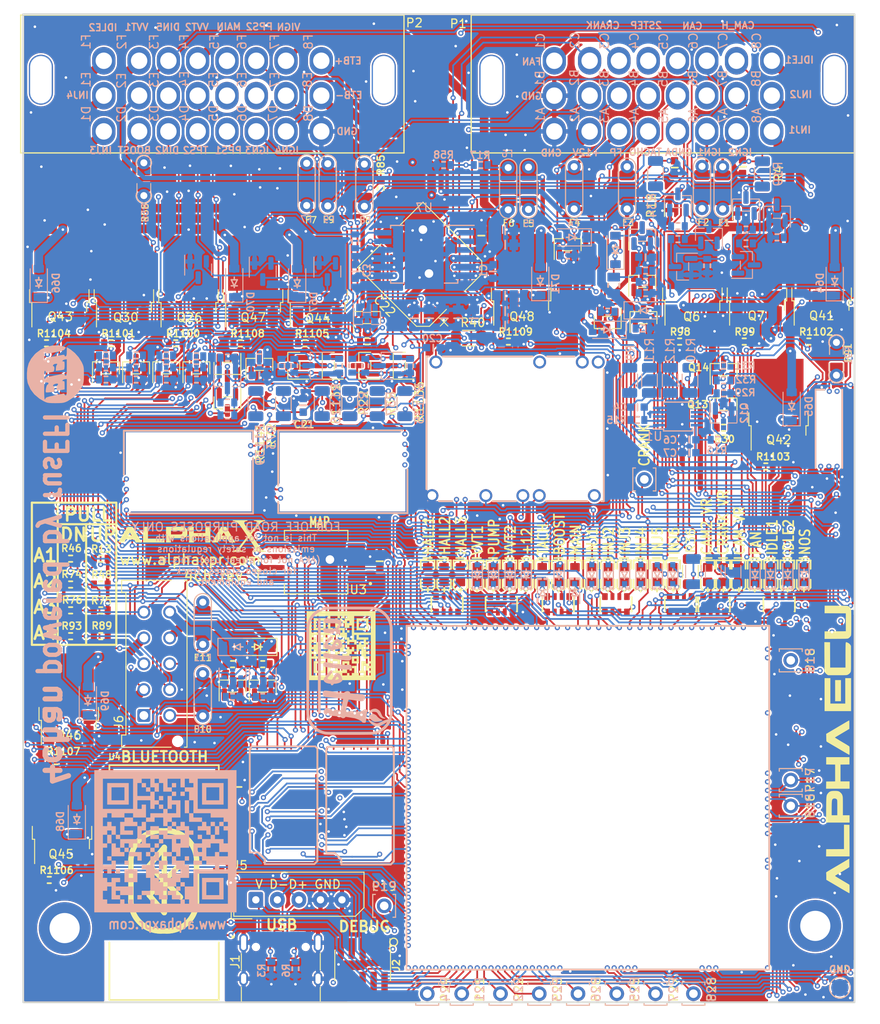
<source format=kicad_pcb>
(kicad_pcb (version 20221018) (generator pcbnew)

  (general
    (thickness 1.6)
  )

  (paper "A")
  (title_block
    (title "alpha4ch")
    (date "2023-12-21")
    (rev "i")
  )

  (layers
    (0 "F.Cu" signal)
    (1 "In1.Cu" signal)
    (2 "In2.Cu" signal)
    (31 "B.Cu" signal)
    (32 "B.Adhes" user "B.Adhesive")
    (33 "F.Adhes" user "F.Adhesive")
    (34 "B.Paste" user)
    (35 "F.Paste" user)
    (36 "B.SilkS" user "B.Silkscreen")
    (37 "F.SilkS" user "F.Silkscreen")
    (38 "B.Mask" user)
    (39 "F.Mask" user)
    (40 "Dwgs.User" user "User.Drawings")
    (41 "Cmts.User" user "User.Comments")
    (42 "Eco1.User" user "User.Eco1")
    (43 "Eco2.User" user "User.Eco2")
    (44 "Edge.Cuts" user)
    (45 "Margin" user)
    (46 "B.CrtYd" user "B.Courtyard")
    (47 "F.CrtYd" user "F.Courtyard")
    (48 "B.Fab" user)
    (49 "F.Fab" user)
  )

  (setup
    (stackup
      (layer "F.SilkS" (type "Top Silk Screen"))
      (layer "F.Paste" (type "Top Solder Paste"))
      (layer "F.Mask" (type "Top Solder Mask") (color "Green") (thickness 0.01))
      (layer "F.Cu" (type "copper") (thickness 0.035))
      (layer "dielectric 1" (type "core") (thickness 0.35) (material "FR4") (epsilon_r 4.5) (loss_tangent 0.02))
      (layer "In1.Cu" (type "copper") (thickness 0.018))
      (layer "dielectric 2" (type "prepreg") (thickness 0.774) (material "FR4") (epsilon_r 4.5) (loss_tangent 0.02))
      (layer "In2.Cu" (type "copper") (thickness 0.018))
      (layer "dielectric 3" (type "core") (thickness 0.35) (material "FR4") (epsilon_r 4.5) (loss_tangent 0.02))
      (layer "B.Cu" (type "copper") (thickness 0.035))
      (layer "B.Mask" (type "Bottom Solder Mask") (color "Green") (thickness 0.01))
      (layer "B.Paste" (type "Bottom Solder Paste"))
      (layer "B.SilkS" (type "Bottom Silk Screen"))
      (copper_finish "None")
      (dielectric_constraints no)
    )
    (pad_to_mask_clearance 0)
    (aux_axis_origin 21.1 170.7)
    (pcbplotparams
      (layerselection 0x00310fc_ffffffff)
      (plot_on_all_layers_selection 0x0000000_00000000)
      (disableapertmacros true)
      (usegerberextensions true)
      (usegerberattributes false)
      (usegerberadvancedattributes true)
      (creategerberjobfile false)
      (dashed_line_dash_ratio 12.000000)
      (dashed_line_gap_ratio 3.000000)
      (svgprecision 6)
      (plotframeref false)
      (viasonmask false)
      (mode 1)
      (useauxorigin true)
      (hpglpennumber 1)
      (hpglpenspeed 20)
      (hpglpendiameter 15.000000)
      (dxfpolygonmode true)
      (dxfimperialunits true)
      (dxfusepcbnewfont true)
      (psnegative false)
      (psa4output false)
      (plotreference true)
      (plotvalue false)
      (plotinvisibletext false)
      (sketchpadsonfab false)
      (subtractmaskfromsilk false)
      (outputformat 1)
      (mirror false)
      (drillshape 0)
      (scaleselection 1)
      (outputdirectory "gerber/")
    )
  )

  (net 0 "")
  (net 1 "GND")
  (net 2 "/IN_CRANK")
  (net 3 "+12V")
  (net 4 "Net-(Q21-S)")
  (net 5 "/HALL_OPT_PU/+12V_LIM")
  (net 6 "+3.3VA")
  (net 7 "Net-(D1-A)")
  (net 8 "Net-(D1-K)")
  (net 9 "Net-(D2-K)")
  (net 10 "Net-(D3-K)")
  (net 11 "+5VA")
  (net 12 "/OUT_IDLE2")
  (net 13 "Net-(D13-A)")
  (net 14 "/INJ1")
  (net 15 "/INJ2")
  (net 16 "+5V")
  (net 17 "/VIGN")
  (net 18 "/OUT_IGN1")
  (net 19 "/OUT_IGN2")
  (net 20 "/OUT_INJ2")
  (net 21 "/OUT_INJ1")
  (net 22 "/OUT_NOS")
  (net 23 "/OUT_IDLE1")
  (net 24 "/IN_CLT")
  (net 25 "/IN_IAT")
  (net 26 "/OUT_FAN_RELAY")
  (net 27 "/OUT_TACH")
  (net 28 "/CRANK_N_PULLUP")
  (net 29 "Net-(D14-A)")
  (net 30 "Net-(D15-A)")
  (net 31 "Net-(D16-A)")
  (net 32 "/A7")
  (net 33 "+12V_RAW")
  (net 34 "/A6")
  (net 35 "/CAN-")
  (net 36 "/CAN+")
  (net 37 "/OUT_PUMP_RELAY")
  (net 38 "/A4")
  (net 39 "/A3")
  (net 40 "/A2")
  (net 41 "Net-(D10-A)")
  (net 42 "/OUT_IGN3")
  (net 43 "Net-(D17-A)")
  (net 44 "/IN_CRANK-")
  (net 45 "/IN_CRANK+")
  (net 46 "Net-(D20-K)")
  (net 47 "unconnected-(D25-Pad2)")
  (net 48 "Net-(D26-A)")
  (net 49 "Net-(D26-K)")
  (net 50 "/OUT_IGN4")
  (net 51 "unconnected-(D28-Pad2)")
  (net 52 "unconnected-(D29-Pad3)")
  (net 53 "Net-(D33-A)")
  (net 54 "Net-(D34-A)")
  (net 55 "GNDA")
  (net 56 "Net-(D35-A)")
  (net 57 "Net-(D36-A)")
  (net 58 "Net-(D37-K)")
  (net 59 "/IN_AFR")
  (net 60 "/IN_CAM_VR")
  (net 61 "Net-(D38-A)")
  (net 62 "Net-(D38-K)")
  (net 63 "Net-(D39-A)")
  (net 64 "/HALL3")
  (net 65 "Net-(D40-A)")
  (net 66 "/OUT_BOOST")
  (net 67 "Net-(D41-K)")
  (net 68 "/OUT_VVT1")
  (net 69 "Net-(D42-K)")
  (net 70 "/OUT_VVT2")
  (net 71 "/OUT_HS1")
  (net 72 "/IN_KNOCK")
  (net 73 "/OUT_HS2")
  (net 74 "/OUT_INJ5")
  (net 75 "/OUT_INJ6")
  (net 76 "/IN_MAP2")
  (net 77 "/OUT_INJ4")
  (net 78 "/MCU/VBUS")
  (net 79 "Net-(J1-CC1)")
  (net 80 "/OUT_MAIN")
  (net 81 "/MCU/USB+")
  (net 82 "/TACH_PULLUP")
  (net 83 "/MCU/USB-")
  (net 84 "/F5")
  (net 85 "/CRANK_P_PULLUP")
  (net 86 "/D7")
  (net 87 "/FAN_RELAY")
  (net 88 "/PUMP_RELAY")
  (net 89 "/TACH")
  (net 90 "/D6")
  (net 91 "/IN_VIGN")
  (net 92 "/THRESHOLD_VR_CM")
  (net 93 "/HALL1")
  (net 94 "/VR_ANALOG_CM")
  (net 95 "/IN_CAM_VR-")
  (net 96 "/IN_CAM_VR+")
  (net 97 "unconnected-(J1-SBU1-PadA8)")
  (net 98 "Net-(J1-CC2)")
  (net 99 "unconnected-(J1-SBU2-PadB8)")
  (net 100 "/HALL2")
  (net 101 "/TLS115_PG")
  (net 102 "/MCU/NRESET")
  (net 103 "unconnected-(J2-Pin_8-Pad8)")
  (net 104 "unconnected-(J2-Pin_7-Pad7)")
  (net 105 "Net-(D24-K)")
  (net 106 "/OUT_INJ3")
  (net 107 "Net-(D53-K)")
  (net 108 "unconnected-(R26-Pad5)")
  (net 109 "unconnected-(R26-Pad6)")
  (net 110 "unconnected-(U7-SO-Pad3)")
  (net 111 "Net-(R22-Pad1)")
  (net 112 "/MCU/SWO")
  (net 113 "/MCU/SWCLK")
  (net 114 "Net-(R35-Pad1)")
  (net 115 "unconnected-(U3-Pad1)")
  (net 116 "/MCU/SWDIO")
  (net 117 "+3.3V")
  (net 118 "/TEMP_PULLUP")
  (net 119 "/AIN1")
  (net 120 "/AIN2")
  (net 121 "/AIN3")
  (net 122 "/OUT_IGN5")
  (net 123 "/AIN4")
  (net 124 "/OUT_IGN6")
  (net 125 "/PWR_EN")
  (net 126 "unconnected-(J7-Pin_1-Pad1)")
  (net 127 "unconnected-(J8-Pin_1-Pad1)")
  (net 128 "unconnected-(M1-VBAT-PadE1)")
  (net 129 "/MCU_BOOST")
  (net 130 "+5VAS")
  (net 131 "/MCU_IDLE2")
  (net 132 "/IN_D2")
  (net 133 "/IN_D3")
  (net 134 "/IN_D4")
  (net 135 "/IN_D5")
  (net 136 "/IN_TPS1")
  (net 137 "/IN_TPS2")
  (net 138 "/IN_PPS2")
  (net 139 "/IN_FLEX")
  (net 140 "/IN_PPS1")
  (net 141 "/NOS")
  (net 142 "/MAIN")
  (net 143 "/CAM_VR_PULLUP")
  (net 144 "/ETB_PWM")
  (net 145 "/BOOST")
  (net 146 "/IDLE2")
  (net 147 "/THRESHOLD_VR_CR")
  (net 148 "/VVT1")
  (net 149 "/IDLE1")
  (net 150 "/VVT2")
  (net 151 "/INJ3")
  (net 152 "/INJ4")
  (net 153 "/D2_PULLDOWN")
  (net 154 "/D3_PULLDOWN")
  (net 155 "/D4_PULLDOWN")
  (net 156 "/D5_PULLDOWN")
  (net 157 "/ETB_DIR")
  (net 158 "/ETB_DIS")
  (net 159 "/VR_ANALOG_CR")
  (net 160 "/F3")
  (net 161 "/MCU_IDLE1")
  (net 162 "/MCU_FAN_RELAY")
  (net 163 "/MCU_INJ4")
  (net 164 "/MCU_INJ3")
  (net 165 "/MCU_INJ2")
  (net 166 "/MCU_INJ1")
  (net 167 "unconnected-(R49-Pad5)")
  (net 168 "/OUT_ETB+")
  (net 169 "/OUT_ETB-")
  (net 170 "Net-(R72-Pad1)")
  (net 171 "unconnected-(R49-Pad4)")
  (net 172 "/IN_KNOCK_RAW")
  (net 173 "unconnected-(U3-Pad5)")
  (net 174 "unconnected-(U3-Pad6)")
  (net 175 "unconnected-(U3-Pad7)")
  (net 176 "unconnected-(U3-Pad8)")
  (net 177 "unconnected-(M6-OUT_IGN8-PadS1)")
  (net 178 "unconnected-(M6-OUT_IGN7-PadS2)")
  (net 179 "unconnected-(M6-OUT_IGN6-PadS3)")
  (net 180 "unconnected-(M6-OUT_IGN5-PadS4)")
  (net 181 "unconnected-(M6-OUT_IGN4-PadS5)")
  (net 182 "unconnected-(M6-OUT_IGN3-PadS6)")
  (net 183 "/INJ6")
  (net 184 "/INJ5")
  (net 185 "/MCU_INJ6")
  (net 186 "/MCU_INJ5")
  (net 187 "unconnected-(M4-SPI2_MISO-PadE2)")
  (net 188 "unconnected-(M4-SPI2_MOSI-PadE3)")
  (net 189 "Net-(M4-OUT_IO3)")
  (net 190 "unconnected-(M4-IO6-PadE35)")
  (net 191 "/HS/IN1")
  (net 192 "/HS/IN2")
  (net 193 "unconnected-(M4-USBID-PadN1)")
  (net 194 "unconnected-(M4-BOOT0-PadN5)")
  (net 195 "Net-(M4-SPI3_CS)")
  (net 196 "Net-(M4-SPI3_SCK)")
  (net 197 "Net-(M4-SPI3_MISO)")
  (net 198 "Net-(M4-SPI3_MOSI)")
  (net 199 "Net-(M4-I2C_SCL)")
  (net 200 "Net-(M4-I2C_SDA)")
  (net 201 "unconnected-(M4-IO5-PadN23)")
  (net 202 "/MCU/UART_TX")
  (net 203 "/MCU/UART_RX")
  (net 204 "Net-(M4-UART8_RX)")
  (net 205 "Net-(M4-UART8_TX)")
  (net 206 "unconnected-(M4-VBAT-PadN27)")
  (net 207 "unconnected-(M4-V5A_SWITCHABLE-PadN30)")
  (net 208 "unconnected-(M4-V33-PadN32)")
  (net 209 "/IN_MAP")
  (net 210 "unconnected-(M4-VREF2-PadS5)")
  (net 211 "unconnected-(M4-IN_O2S-PadS16)")
  (net 212 "/VREF")
  (net 213 "/IN_VMAIN")
  (net 214 "Net-(Q1-D)")
  (net 215 "Net-(Q2-G)")
  (net 216 "Net-(Q3-D)")
  (net 217 "Net-(U1-IN-)")
  (net 218 "Net-(Q8-D)")
  (net 219 "Net-(Q9-D)")
  (net 220 "Net-(Q12-D)")
  (net 221 "Net-(Q13-D)")
  (net 222 "Net-(Q14-D)")
  (net 223 "Net-(U1-IN+)")
  (net 224 "Net-(Q16-G)")
  (net 225 "Net-(Q20-D)")
  (net 226 "Net-(Q21-G)")
  (net 227 "Net-(Q22-D)")
  (net 228 "Net-(Q23-D)")
  (net 229 "Net-(Q35-S)")
  (net 230 "Net-(Q35-G)")
  (net 231 "Net-(Q49-G)")
  (net 232 "Net-(Q49-S)")
  (net 233 "Net-(Q51-D)")
  (net 234 "Net-(Q52-G)")
  (net 235 "Net-(Q52-S)")
  (net 236 "Net-(D18-COM)")
  (net 237 "Net-(R1126-Pad1)")
  (net 238 "Net-(R1135-Pad1)")
  (net 239 "Net-(R1139-Pad1)")
  (net 240 "unconnected-(U4-IO2-Pad6)")
  (net 241 "unconnected-(U4-IO1-Pad5)")
  (net 242 "Net-(J6-Pin_6)")
  (net 243 "Net-(J6-Pin_8)")
  (net 244 "+12V_ETB")
  (net 245 "Net-(M4-IN_AT2)")
  (net 246 "unconnected-(M4-V33_REF-PadW3)")
  (net 247 "Net-(D19-COM)")
  (net 248 "Net-(D23-COM)")
  (net 249 "Net-(D55-COM)")
  (net 250 "Net-(D58-COM)")
  (net 251 "unconnected-(M4-SPI2_SCK{slash}CAN2_TX-PadE1)")
  (net 252 "unconnected-(M4-SPI2_CS{slash}CAN2_RX-PadE4)")
  (net 253 "/2STEP_PULLUP")
  (net 254 "/CAM_PULLUP")
  (net 255 "Net-(Q18-G)")
  (net 256 "Net-(Q18-S)")
  (net 257 "Net-(Q25-G)")
  (net 258 "Net-(Q25-S)")
  (net 259 "Net-(Q29-D)")
  (net 260 "Net-(Q31-D)")
  (net 261 "Net-(R19-Pad2)")
  (net 262 "Net-(R11-Pad2)")
  (net 263 "Net-(R10-Pad1)")
  (net 264 "Net-(R18-Pad1)")
  (net 265 "unconnected-(U1-NC-Pad3)")
  (net 266 "unconnected-(U1-EXT-Pad8)")
  (net 267 "unconnected-(R1-Pad8)")
  (net 268 "Net-(R21-Pad1)")
  (net 269 "Net-(R36-Pad1)")
  (net 270 "/IN_CAM_HALL")
  (net 271 "/IN_2STEP")
  (net 272 "/IN_2STEP_CAM2_VR-")
  (net 273 "/IN_CAM_HALL_CAM2_VR+")
  (net 274 "/CAM2_VR")
  (net 275 "Net-(D4-A)")
  (net 276 "unconnected-(U4-EN-Pad15)")
  (net 277 "unconnected-(U4-ALED-Pad16)")
  (net 278 "unconnected-(U4-STAT-Pad17)")

  (footprint "hellen-one-common:PAD-TH" (layer "F.Cu") (at 110.2 131 -90))

  (footprint "hellen-one-common:PAD-1206-PAD" (layer "F.Cu") (at 41.94 135 90))

  (footprint "hellen-one-common:LED-0603" (layer "F.Cu") (at 100.6 121.1 -90))

  (footprint "hellen-one-common:R0603-4" (layer "F.Cu") (at 108.849998 124.499999 90))

  (footprint "hellen-one-common:LED-0603" (layer "F.Cu") (at 71.9 121.1 -90))

  (footprint "hellen-one-common:PAD-TH" (layer "F.Cu") (at 81 169.7 -90))

  (footprint "Capacitor_SMD:CP_Elec_10x10.5" (layer "F.Cu") (at 67.5 85.4 135))

  (footprint "Resistor_SMD:R_1206_3216Metric" (layer "F.Cu") (at 65.4 101.2 -90))

  (footprint "hellen-one-common:R0603" (layer "F.Cu") (at 53.8 94.2))

  (footprint "Resistor_SMD:R_1206_3216Metric" (layer "F.Cu") (at 94.5 74.5 90))

  (footprint "hellen-one-common:R0603" (layer "F.Cu") (at 26.6 128.2))

  (footprint "MountingHole:MountingHole_4.5mm_Pad" (layer "F.Cu") (at 25.903 162.081))

  (footprint "hellen-one-common:LED-0603" (layer "F.Cu") (at 68.1 121.1 -90))

  (footprint "hellen-one-common:DPAK" (layer "F.Cu") (at 47.78 88.1 90))

  (footprint "Connector_Molex:Molex_SPOX_5267-05A_1x05_P2.50mm_Vertical" (layer "F.Cu") (at 48.1 158.8))

  (footprint "hellen-one-common:PAD-1206-PAD" (layer "F.Cu") (at 85.05 76.15 -90))

  (footprint "hellen-one-common:SOT-23" (layer "F.Cu") (at 102.4 101.3 90))

  (footprint "hellen-one-common:PAD-0805-PAD" (layer "F.Cu") (at 115.5 96 90))

  (footprint "hellen-one-common:R0603" (layer "F.Cu") (at 97.3 94))

  (footprint "hellen-one-common:SOT-23" (layer "F.Cu") (at 64.8 96.8 180))

  (footprint "hellen-one-common:LED-0603" (layer "F.Cu") (at 87.1 121.1 -90))

  (footprint "Package_TO_SOT_SMD:SOT-23" (layer "F.Cu") (at 105 78.2 90))

  (footprint "hellen-one-common:R0603" (layer "F.Cu") (at 112.3 94))

  (footprint "hellen-one-common:DPAK" (layer "F.Cu") (at 78.9 87.9 90))

  (footprint "hellen-one-common:R0603-4" (layer "F.Cu") (at 83.2 124.5 90))

  (footprint "hellen-one-common:SOT-23" (layer "F.Cu") (at 48.509999 96.7 90))

  (footprint "kicad6-libraries:33311-24AW-2" (layer "F.Cu") (at 30.45 69.6))

  (footprint "hellen-one-common:PAD-TH" (layer "F.Cu") (at 63 159.5))

  (footprint "hellen-one-common:R0603" (layer "F.Cu") (at 46.3 94.2))

  (footprint "hellen-one-common:SOT-23" (layer "F.Cu") (at 56.5625 96.8 180))

  (footprint "hellen-one-common:PAD-TH" (layer "F.Cu") (at 85.5 169.7 -90))

  (footprint "Connector_USB:USB_C_Receptacle_XKB_U262-16XN-4BVC11" (layer "F.Cu") (at 51 166.885))

  (footprint "hellen-one-common:R0603" (layer "F.Cu") (at 61 93.9625))

  (footprint "hellen-one-common:PAD-TH" (layer "F.Cu") (at 110.2 147.9 -90))

  (footprint "Package_TO_SOT_SMD:SOT-23" (layer "F.Cu") (at 97.1 77.8 90))

  (footprint "hellen-one-common:DPAK" (layer "F.Cu") (at 25.6 150.4 90))

  (footprint "hellen-one-common:PAD-TH" (layer "F.Cu") (at 72 169.7 -90))

  (footprint "hellen-one-common:SOT-23" (layer "F.Cu") (at 37.7 97.1 90))

  (footprint "hellen-one-common:SOT-23" (layer "F.Cu") (at 48.9 134.042419 90))

  (footprint "hellen-one-common:R0603" (layer "F.Cu") (at 102.4 104))

  (footprint "hellen-one-common:R0603" (layer "F.Cu") (at 31.3 94.2))

  (footprint "hellen-one-common:C0603" (layer "F.Cu") (at 96.7 73.8 90))

  (footprint "hellen-one-common:LED-0603" (layer "F.Cu") (at 90.9 121.1 -90))

  (footprint "hellen-one-common:LED-0603" (layer "F.Cu") (at 73.8 121.1 -90))

  (footprint "hellen-one-common:R0603" (layer "F.Cu") (at 26.6 122.2))

  (footprint "hellen-one-common:LED-0603" (layer "F.Cu") (at 92.8 121.1 -90))

  (footprint "hellen-one-common:PAD-TH" (layer "F.Cu") (at 68 169.7 -90))

  (footprint "hellen-one-common:PAD-TH" (layer "F.Cu") (at 98.9 169.7 -90))

  (footprint "hellen-one-common:C0603" (layer "F.Cu") (at 53.6 101.4 -90))

  (footprint "hellen-one-common:LED-0603" (layer "F.Cu") (at 104.2 121.1 -90))

  (footprint "hellen-one-common:LED-0603" (layer "F.Cu")
    (tstamp 66ac4248-8160-409c-878a-2de8210e42fd)
    (at 81.4 121.1 -90)
    (property "LCSC" "C2286")
    (property "Sheetfile" "alphax_4ch.kicad_sch")
    (property "Sheetname" "")
    (path "/631ca7b2-c0eb-45c6-b30a-38cc96578e09")
    (fp_text reference "D9" (at 2.05631 0.025006 -90 unlocked) (layer "F.SilkS") hide
        (effects (font (size 0.800001 0.800001) (thickness 0.17)) (justify left bottom))
      (tstamp 99149b8a-5022-43d8-917e-756b5a4d0a14)
    )
    (fp_text value "LED-RED-0603" (at -2.876603 2.831071 -180 unlocked) (layer "F.SilkS") hide
        (effects (font (size 0.800001 0.800001) (thickness 0.17)) (justify left bottom))
      (tstamp f8db9991-b322-4ba7-b51d-dd8050a265b8)
    )
    (fp_line (start -1.975002 -0.424993) (end -1.975002 0.550004)
      (stroke (width 0.2) (type solid)) (layer "F.SilkS") (tstamp b1692069-c0ef-4f65-afbf-2f18fc392dfc))
    (fp_line (start -1.700007 -0.749999) (end -1.700007 0.850003)
      (stroke (width 0.2) (type solid)) (layer "F.SilkS") (tstamp 6b4faa47-86d5-4227-b4f8-4ba09fbfdd89))
    (fp_line (start -1.700007 -0.749999) (end -0.725005 -0.749999)
      (stroke (width 0.2) (type solid)) (layer "F.SilkS") (tstamp e7f12d26-7dbc-44d5-9d67-3a6a8f58c445))
    (fp_line (start -1.700007 0.850003) (end -0.725005 0.850003)
      (stroke (width 0.2) (type solid)) (layer "F.SilkS") (tstamp 335b2c0a-6581-450b-885d-b7f9ff068731))
  
... [5432617 chars truncated]
</source>
